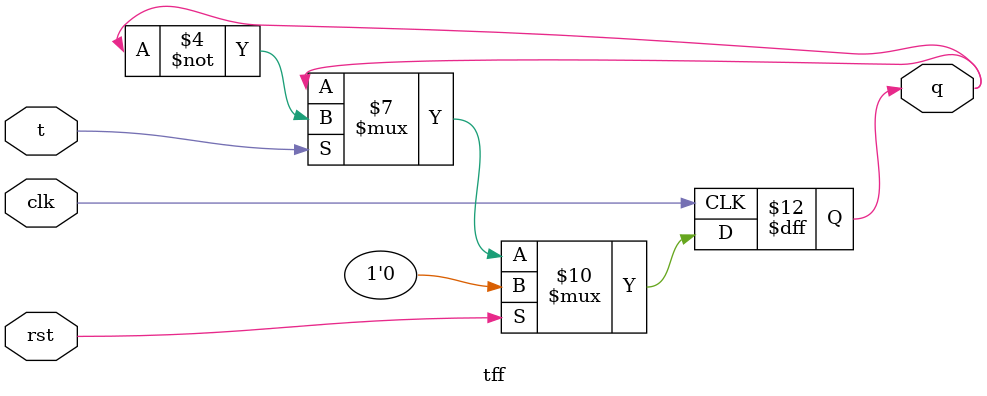
<source format=v>
module tff(t,clk,rst,q);
	input t,clk,rst;
	output reg q=0;

	always @(posedge clk)
	begin
		if(rst==1)
		begin
			q <= 0;
		end

		else begin
			if(t==0) begin
				q <= q;
			end
			else begin
				q <= ~q;
			end	
		end
	end
endmodule		
</source>
